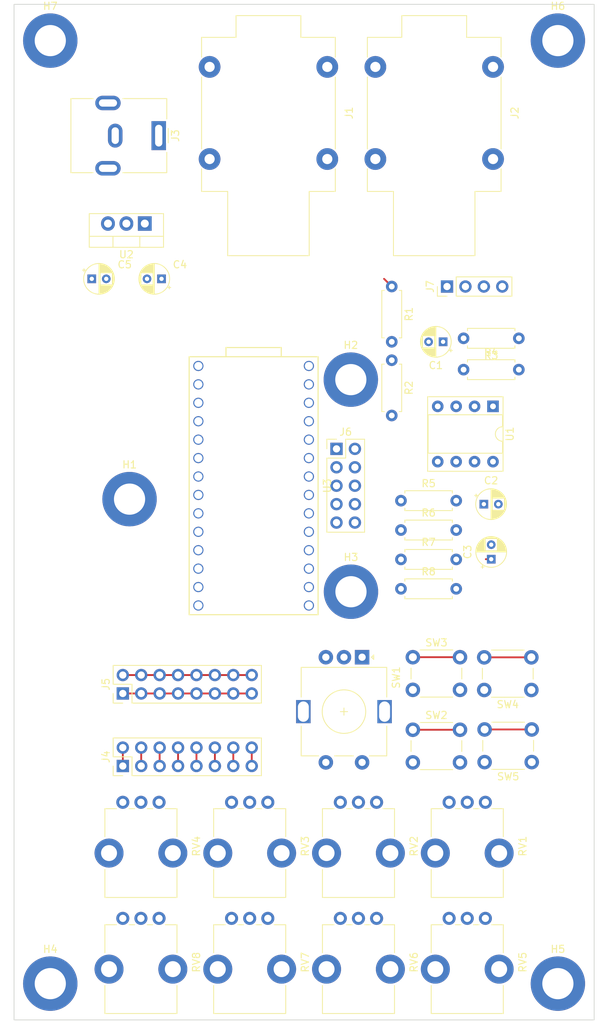
<source format=kicad_pcb>
(kicad_pcb (version 20221018) (generator pcbnew)
  (layers (0 "F.Cu" signal) (31 "B.Cu" signal) (34 "B.Paste" user) (35 "F.Paste" user) (36 "B.SilkS" user "B.Silkscreen") (37 "F.SilkS" user "F.Silkscreen") (38 "B.Mask" user) (39 "F.Mask" user) (44 "Edge.Cuts" user))
  (net 0 "")
  (net 1 "VREF")
  (net 2 "Net-(C2-Pad1)")
  (net 3 "Net-(C3-Pad1)")
  (net 4 "VCC")
  (net 5 "+5V")
  (net 6 "Net-(U1A--)")
  (net 7 "AUDIO_IN")
  (net 8 "AUDIO_OUT")
  (net 9 "Net-(U1B--)")
  (net 10 "POT1")
  (net 11 "POT2")
  (net 12 "POT3")
  (net 13 "POT4")
  (net 14 "POT5")
  (net 15 "POT6")
  (net 16 "POT7")
  (net 17 "POT8")
  (net 18 "MEMCS")
  (net 19 "DIN")
  (net 20 "DOUT")
  (net 21 "SDCS")
  (net 22 "MISO")
  (net 23 "SCK")
  (net 24 "VOL")
  (net 25 "SDA")
  (net 26 "SCL")
  (net 27 "LRCLK")
  (net 28 "BCLK")
  (net 29 "MCLK")
  (net 30 "MOSI")
  (net 31 "ENC_A")
  (net 32 "ENC_B")
  (net 33 "ENC_SW")
  (net 34 "SW2")
  (net 35 "SW3")
  (net 36 "SW4")
  (net 37 "SW5")
  (net 38 "LINE_IN_R")
  (net 39 "LINE_IN_L_GND")
  (net 40 "LINE_IN_R_GND")
  (net 41 "LINE_OUT_R")
  (net 42 "LINE_OUT_GND")
  (net 44 "JACK_IN")
  (net 45 "JACK_OUT")
  (net 46 "GND")
  (net 47 "+3.3V")
  (footprint "MountingHole:MountingHole_4.3mm_M4_DIN965_Pad_TopBottom" (layer "F.Cu") (at 175.93056 88.20912)
    (fp_text reference "H1" (at 0 -4.75) (layer "F.SilkS"))
    (fp_text value "MountingHole_Pad")
    (pad "1" thru_hole circle (at 0 0) (size 4.7 4.7) (drill 4.3) (layers "*.Cu" "*.Mask") (net 46 "GND"))
    (pad "1" connect circle (at 0 0) (size 7.5 7.5) (layers "F.Cu" "F.Mask") (net 46 "GND"))
    (pad "1" connect circle (at 0 0) (size 7.5 7.5) (layers "B.Cu" "B.Mask") (net 46 "GND"))
  )
  (footprint "Resistor_THT:R_Axial_DIN0207_L6.3mm_D2.5mm_P7.62mm_Horizontal" (layer "F.Cu") (at 213.36 88.42)
    (fp_text reference "R5" (at 3.81 -2.37) (layer "F.SilkS"))
    (fp_text value "100K")
    (pad "1" thru_hole circle (at 0 0) (size 1.6 1.6) (drill 0.8) (layers "*.Cu" "*.Mask") (net 8 "AUDIO_OUT"))
    (pad "2" thru_hole oval (at 7.62 0) (size 1.6 1.6) (drill 0.8) (layers "*.Cu" "*.Mask") (net 46 "GND"))
  )
  (footprint "Capacitor_THT:CP_Radial_D4.0mm_P2.00mm" (layer "F.Cu") (at 224.79 88.9)
    (fp_text reference "C2" (at 1 -3.25) (layer "F.SilkS"))
    (fp_text value "1uF")
    (pad "1" thru_hole rect (at 0 0) (size 1.2 1.2) (drill 0.6) (layers "*.Cu" "*.Mask") (net 2 "Net-(C2-Pad1)"))
    (pad "2" thru_hole circle (at 2 0) (size 1.2 1.2) (drill 0.6) (layers "*.Cu" "*.Mask") (net 45 "JACK_OUT"))
  )
  (footprint "Resistor_THT:R_Axial_DIN0207_L6.3mm_D2.5mm_P7.62mm_Horizontal" (layer "F.Cu") (at 213.36 100.57)
    (fp_text reference "R8" (at 3.81 -2.37) (layer "F.SilkS"))
    (fp_text value "10K")
    (pad "1" thru_hole circle (at 0 0) (size 1.6 1.6) (drill 0.8) (layers "*.Cu" "*.Mask") (net 9 "Net-(U1B--)"))
    (pad "2" thru_hole oval (at 7.62 0) (size 1.6 1.6) (drill 0.8) (layers "*.Cu" "*.Mask") (net 3 "Net-(C3-Pad1)"))
  )
  (footprint "Package_DIP:DIP-8_W7.62mm_Socket" (layer "F.Cu") (at 226.05 75.42 -90)
    (fp_text reference "U1" (at 3.81 -2.33 90) (layer "F.SilkS"))
    (fp_text value "LM358")
    (pad "1" thru_hole rect (at 0 0 270) (size 1.6 1.6) (drill 0.8) (layers "*.Cu" "*.Mask") (net 6 "Net-(U1A--)"))
    (pad "2" thru_hole oval (at 0 2.54 270) (size 1.6 1.6) (drill 0.8) (layers "*.Cu" "*.Mask") (net 6 "Net-(U1A--)"))
    (pad "3" thru_hole oval (at 0 5.08 270) (size 1.6 1.6) (drill 0.8) (layers "*.Cu" "*.Mask") (net 1 "VREF"))
    (pad "4" thru_hole oval (at 0 7.62 270) (size 1.6 1.6) (drill 0.8) (layers "*.Cu" "*.Mask") (net 46 "GND"))
    (pad "5" thru_hole oval (at 7.62 7.62 270) (size 1.6 1.6) (drill 0.8) (layers "*.Cu" "*.Mask") (net 8 "AUDIO_OUT"))
    (pad "6" thru_hole oval (at 7.62 5.08 270) (size 1.6 1.6) (drill 0.8) (layers "*.Cu" "*.Mask") (net 9 "Net-(U1B--)"))
    (pad "7" thru_hole oval (at 7.62 2.54 270) (size 1.6 1.6) (drill 0.8) (layers "*.Cu" "*.Mask") (net 2 "Net-(C2-Pad1)"))
    (pad "8" thru_hole oval (at 7.62 0 270) (size 1.6 1.6) (drill 0.8) (layers "*.Cu" "*.Mask") (net 4 "VCC"))
  )
  (footprint "MountingHole:MountingHole_4.3mm_M4_DIN965_Pad_TopBottom" (layer "F.Cu") (at 165 155)
    (fp_text reference "H4" (at 0 -4.75) (layer "F.SilkS"))
    (fp_text value "MountingHole_Pad")
    (pad "1" thru_hole circle (at 0 0) (size 4.7 4.7) (drill 4.3) (layers "*.Cu" "*.Mask") (net 46 "GND"))
    (pad "1" connect circle (at 0 0) (size 7.5 7.5) (layers "F.Cu" "F.Mask") (net 46 "GND"))
    (pad "1" connect circle (at 0 0) (size 7.5 7.5) (layers "B.Cu" "B.Mask") (net 46 "GND"))
  )
  (footprint "Potentiometer_THT:Potentiometer_Bourns_PTV09A-1_Single_Vertical" (layer "F.Cu") (at 220 130 -90)
    (fp_text reference "RV1" (at 6.05 -10.15 90) (layer "F.SilkS"))
    (fp_text value "10K")
    (pad "" np_thru_hole circle (at 7 -6.9 270) (size 4 4) (drill 2.2) (layers "*.Cu" "*.Mask"))
    (pad "" np_thru_hole circle (at 7 1.9 270) (size 4 4) (drill 2.2) (layers "*.Cu" "*.Mask"))
    (pad "1" thru_hole circle (at 0 0 270) (size 1.8 1.8) (drill 1) (layers "*.Cu" "*.Mask") (net 47 "+3.3V"))
    (pad "2" thru_hole circle (at 0 -2.5 270) (size 1.8 1.8) (drill 1) (layers "*.Cu" "*.Mask") (net 10 "POT1"))
    (pad "3" thru_hole circle (at 0 -5 270) (size 1.8 1.8) (drill 1) (layers "*.Cu" "*.Mask") (net 46 "GND"))
  )
  (footprint "Potentiometer_THT:Potentiometer_Bourns_PTV09A-1_Single_Vertical" (layer "F.Cu") (at 205 130 -90)
    (fp_text reference "RV2" (at 6.05 -10.15 90) (layer "F.SilkS"))
    (fp_text value "10K")
    (pad "" np_thru_hole circle (at 7 -6.9 270) (size 4 4) (drill 2.2) (layers "*.Cu" "*.Mask"))
    (pad "" np_thru_hole circle (at 7 1.9 270) (size 4 4) (drill 2.2) (layers "*.Cu" "*.Mask"))
    (pad "1" thru_hole circle (at 0 0 270) (size 1.8 1.8) (drill 1) (layers "*.Cu" "*.Mask") (net 47 "+3.3V"))
    (pad "2" thru_hole circle (at 0 -2.5 270) (size 1.8 1.8) (drill 1) (layers "*.Cu" "*.Mask") (net 11 "POT2"))
    (pad "3" thru_hole circle (at 0 -5 270) (size 1.8 1.8) (drill 1) (layers "*.Cu" "*.Mask") (net 46 "GND"))
  )
  (footprint "Button_Switch_THT:SW_PUSH_6mm" (layer "F.Cu") (at 231.394 124.46 180)
    (fp_text reference "SW5" (at 3.25 -2) (layer "F.SilkS"))
    (fp_text value "SW_Push")
    (pad "1" thru_hole circle (at 0 0 270) (size 2 2) (drill 1.1) (layers "*.Cu" "*.Mask") (net 46 "GND"))
    (pad "1" thru_hole circle (at 6.5 0 270) (size 2 2) (drill 1.1) (layers "*.Cu" "*.Mask") (net 46 "GND"))
    (pad "2" thru_hole circle (at 0 4.5 270) (size 2 2) (drill 1.1) (layers "*.Cu" "*.Mask") (net 37 "SW5"))
    (pad "2" thru_hole circle (at 6.5 4.5 270) (size 2 2) (drill 1.1) (layers "*.Cu" "*.Mask") (net 37 "SW5"))
  )
  (footprint "Resistor_THT:R_Axial_DIN0207_L6.3mm_D2.5mm_P7.62mm_Horizontal" (layer "F.Cu") (at 213.36 96.52)
    (fp_text reference "R7" (at 3.81 -2.37) (layer "F.SilkS"))
    (fp_text value "22K")
    (pad "1" thru_hole circle (at 0 0) (size 1.6 1.6) (drill 0.8) (layers "*.Cu" "*.Mask") (net 9 "Net-(U1B--)"))
    (pad "2" thru_hole oval (at 7.62 0) (size 1.6 1.6) (drill 0.8) (layers "*.Cu" "*.Mask") (net 2 "Net-(C2-Pad1)"))
  )
  (footprint "Capacitor_THT:CP_Radial_D4.0mm_P2.00mm" (layer "F.Cu") (at 170.72 57.84)
    (fp_text reference "C5" (at 4.54 -1.96) (layer "F.SilkS"))
    (fp_text value "10uF")
    (pad "1" thru_hole rect (at 0 0) (size 1.2 1.2) (drill 0.6) (layers "*.Cu" "*.Mask") (net 5 "+5V"))
    (pad "2" thru_hole circle (at 2 0) (size 1.2 1.2) (drill 0.6) (layers "*.Cu" "*.Mask") (net 46 "GND"))
  )
  (footprint "Button_Switch_THT:SW_PUSH_6mm" (layer "F.Cu") (at 215 110)
    (fp_text reference "SW3" (at 3.25 -2) (layer "F.SilkS"))
    (fp_text value "SW_Push")
    (pad "1" thru_hole circle (at 0 0 90) (size 2 2) (drill 1.1) (layers "*.Cu" "*.Mask") (net 35 "SW3"))
    (pad "1" thru_hole circle (at 6.5 0 90) (size 2 2) (drill 1.1) (layers "*.Cu" "*.Mask") (net 35 "SW3"))
    (pad "2" thru_hole circle (at 0 4.5 90) (size 2 2) (drill 1.1) (layers "*.Cu" "*.Mask") (net 46 "GND"))
    (pad "2" thru_hole circle (at 6.5 4.5 90) (size 2 2) (drill 1.1) (layers "*.Cu" "*.Mask") (net 46 "GND"))
  )
  (footprint "MountingHole:MountingHole_4.3mm_M4_DIN965_Pad_TopBottom" (layer "F.Cu") (at 206.44612 71.73468)
    (fp_text reference "H2" (at 0 -4.75) (layer "F.SilkS"))
    (fp_text value "MountingHole_Pad")
    (pad "1" thru_hole circle (at 0 0) (size 4.7 4.7) (drill 4.3) (layers "*.Cu" "*.Mask") (net 46 "GND"))
    (pad "1" connect circle (at 0 0) (size 7.5 7.5) (layers "F.Cu" "F.Mask") (net 46 "GND"))
    (pad "1" connect circle (at 0 0) (size 7.5 7.5) (layers "B.Cu" "B.Mask") (net 46 "GND"))
  )
  (footprint "Button_Switch_THT:SW_PUSH_6mm" (layer "F.Cu") (at 215 120)
    (fp_text reference "SW2" (at 3.25 -2) (layer "F.SilkS"))
    (fp_text value "SW_Push")
    (pad "1" thru_hole circle (at 0 0 90) (size 2 2) (drill 1.1) (layers "*.Cu" "*.Mask") (net 34 "SW2"))
    (pad "1" thru_hole circle (at 6.5 0 90) (size 2 2) (drill 1.1) (layers "*.Cu" "*.Mask") (net 34 "SW2"))
    (pad "2" thru_hole circle (at 0 4.5 90) (size 2 2) (drill 1.1) (layers "*.Cu" "*.Mask") (net 46 "GND"))
    (pad "2" thru_hole circle (at 6.5 4.5 90) (size 2 2) (drill 1.1) (layers "*.Cu" "*.Mask") (net 46 "GND"))
  )
  (footprint "Connector_PinHeader_2.54mm:PinHeader_1x04_P2.54mm_Vertical" (layer "F.Cu") (at 219.71 58.9 90)
    (fp_text reference "J7" (at 0 -2.33 90) (layer "F.SilkS"))
    (fp_text value "Conn_01x04")
    (pad "1" thru_hole rect (at 0 0 90) (size 1.7 1.7) (drill 1) (layers "*.Cu" "*.Mask") (net 44 "JACK_IN"))
    (pad "2" thru_hole oval (at 0 2.54 90) (size 1.7 1.7) (drill 1) (layers "*.Cu" "*.Mask") (net 46 "GND"))
    (pad "3" thru_hole oval (at 0 5.08 90) (size 1.7 1.7) (drill 1) (layers "*.Cu" "*.Mask") (net 46 "GND"))
    (pad "4" thru_hole oval (at 0 7.62 90) (size 1.7 1.7) (drill 1) (layers "*.Cu" "*.Mask") (net 45 "JACK_OUT"))
  )
  (footprint "Resistor_THT:R_Axial_DIN0207_L6.3mm_D2.5mm_P7.62mm_Horizontal" (layer "F.Cu") (at 212.09 58.9 -90)
    (fp_text reference "R1" (at 3.81 -2.37 90) (layer "F.SilkS"))
    (fp_text value "1M")
    (pad "1" thru_hole circle (at 0 0 270) (size 1.6 1.6) (drill 0.8) (layers "*.Cu" "*.Mask") (net 4 "VCC"))
    (pad "2" thru_hole oval (at 7.62 0 270) (size 1.6 1.6) (drill 0.8) (layers "*.Cu" "*.Mask") (net 1 "VREF"))
  )
  (footprint "Rotary_Encoder:RotaryEncoder_Alps_EC11E-Switch_Vertical_H20mm" (layer "F.Cu") (at 208 110 -90)
    (fp_text reference "SW1" (at 2.8 -4.7 90) (layer "F.SilkS"))
    (fp_text value "RotaryEncoder_Switch")
    (pad "A" thru_hole rect (at 0 0 270) (size 2 2) (drill 1) (layers "*.Cu" "*.Mask") (net 31 "ENC_A"))
    (pad "B" thru_hole circle (at 0 5 270) (size 2 2) (drill 1) (layers "*.Cu" "*.Mask") (net 32 "ENC_B"))
    (pad "C" thru_hole circle (at 0 2.5 270) (size 2 2) (drill 1) (layers "*.Cu" "*.Mask") (net 46 "GND"))
    (pad "MP" thru_hole rect (at 7.5 -3.1 270) (size 3.2 2) (drill oval 2.8 1.5) (layers "*.Cu" "*.Mask"))
    (pad "MP" thru_hole rect (at 7.5 8.1 270) (size 3.2 2) (drill oval 2.8 1.5) (layers "*.Cu" "*.Mask"))
    (pad "S1" thru_hole circle (at 14.5 5 270) (size 2 2) (drill 1) (layers "*.Cu" "*.Mask") (net 33 "ENC_SW"))
    (pad "S2" thru_hole circle (at 14.5 0 270) (size 2 2) (drill 1) (layers "*.Cu" "*.Mask") (net 46 "GND"))
  )
  (footprint "Potentiometer_THT:Potentiometer_Bourns_PTV09A-1_Single_Vertical" (layer "F.Cu") (at 190 130 -90)
    (fp_text reference "RV3" (at 6.05 -10.15 90) (layer "F.SilkS"))
    (fp_text value "10K")
    (pad "" np_thru_hole circle (at 7 -6.9 270) (size 4 4) (drill 2.2) (layers "*.Cu" "*.Mask"))
    (pad "" np_thru_hole circle (at 7 1.9 270) (size 4 4) (drill 2.2) (layers "*.Cu" "*.Mask"))
    (pad "1" thru_hole circle (at 0 0 270) (size 1.8 1.8) (drill 1) (layers "*.Cu" "*.Mask") (net 47 "+3.3V"))
    (pad "2" thru_hole circle (at 0 -2.5 270) (size 1.8 1.8) (drill 1) (layers "*.Cu" "*.Mask") (net 12 "POT3"))
    (pad "3" thru_hole circle (at 0 -5 270) (size 1.8 1.8) (drill 1) (layers "*.Cu" "*.Mask") (net 46 "GND"))
  )
  (footprint "MountingHole:MountingHole_4.3mm_M4_DIN965_Pad_TopBottom" (layer "F.Cu") (at 165 25)
    (fp_text reference "H7" (at 0 -4.75) (layer "F.SilkS"))
    (fp_text value "MountingHole_Pad")
    (pad "1" thru_hole circle (at 0 0) (size 4.7 4.7) (drill 4.3) (layers "*.Cu" "*.Mask") (net 46 "GND"))
    (pad "1" connect circle (at 0 0) (size 7.5 7.5) (layers "F.Cu" "F.Mask") (net 46 "GND"))
    (pad "1" connect circle (at 0 0) (size 7.5 7.5) (layers "B.Cu" "B.Mask") (net 46 "GND"))
  )
  (footprint "Capacitor_THT:CP_Radial_D4.0mm_P2.00mm" (layer "F.Cu") (at 180.34 57.84 180)
    (fp_text reference "C4" (at -2.54 1.96) (layer "F.SilkS"))
    (fp_text value "10uF")
    (pad "1" thru_hole rect (at 0 0 180) (size 1.2 1.2) (drill 0.6) (layers "*.Cu" "*.Mask") (net 4 "VCC"))
    (pad "2" thru_hole circle (at 2 0 180) (size 1.2 1.2) (drill 0.6) (layers "*.Cu" "*.Mask") (net 46 "GND"))
  )
  (footprint "Resistor_THT:R_Axial_DIN0207_L6.3mm_D2.5mm_P7.62mm_Horizontal" (layer "F.Cu") (at 212.09 69.06 -90)
    (fp_text reference "R2" (at 3.81 -2.37 90) (layer "F.SilkS"))
    (fp_text value "1M")
    (pad "1" thru_hole circle (at 0 0 270) (size 1.6 1.6) (drill 0.8) (layers "*.Cu" "*.Mask") (net 1 "VREF"))
    (pad "2" thru_hole oval (at 7.62 0 270) (size 1.6 1.6) (drill 0.8) (layers "*.Cu" "*.Mask") (net 46 "GND"))
  )
  (footprint "MountingHole:MountingHole_4.3mm_M4_DIN965_Pad_TopBottom" (layer "F.Cu") (at 235 155)
    (fp_text reference "H5" (at 0 -4.75) (layer "F.SilkS"))
    (fp_text value "MountingHole_Pad")
    (pad "1" thru_hole circle (at 0 0) (size 4.7 4.7) (drill 4.3) (layers "*.Cu" "*.Mask") (net 46 "GND"))
    (pad "1" connect circle (at 0 0) (size 7.5 7.5) (layers "F.Cu" "F.Mask") (net 46 "GND"))
    (pad "1" connect circle (at 0 0) (size 7.5 7.5) (layers "B.Cu" "B.Mask") (net 46 "GND"))
  )
  (footprint "Potentiometer_THT:Potentiometer_Bourns_PTV09A-1_Single_Vertical" (layer "F.Cu") (at 175 130 -90)
    (fp_text reference "RV4" (at 6.05 -10.15 90) (layer "F.SilkS"))
    (fp_text value "10K")
    (pad "" np_thru_hole circle (at 7 -6.9 270) (size 4 4) (drill 2.2) (layers "*.Cu" "*.Mask"))
    (pad "" np_thru_hole circle (at 7 1.9 270) (size 4 4) (drill 2.2) (layers "*.Cu" "*.Mask"))
    (pad "1" thru_hole circle (at 0 0 270) (size 1.8 1.8) (drill 1) (layers "*.Cu" "*.Mask") (net 47 "+3.3V"))
    (pad "2" thru_hole circle (at 0 -2.5 270) (size 1.8 1.8) (drill 1) (layers "*.Cu" "*.Mask") (net 13 "POT4"))
    (pad "3" thru_hole circle (at 0 -5 270) (size 1.8 1.8) (drill 1) (layers "*.Cu" "*.Mask") (net 46 "GND"))
  )
  (footprint "Resistor_THT:R_Axial_DIN0207_L6.3mm_D2.5mm_P7.62mm_Horizontal" (layer "F.Cu") (at 229.616 66.04 180)
    (fp_text reference "R3" (at 3.81 -2.37) (layer "F.SilkS"))
    (fp_text value "22K")
    (pad "1" thru_hole circle (at 0 0 180) (size 1.6 1.6) (drill 0.8) (layers "*.Cu" "*.Mask") (net 6 "Net-(U1A--)"))
    (pad "2" thru_hole oval (at 7.62 0 180) (size 1.6 1.6) (drill 0.8) (layers "*.Cu" "*.Mask") (net 7 "AUDIO_IN"))
  )
  (footprint "Connector_PinHeader_2.54mm:PinHeader_2x08_P2.54mm_Vertical" (layer "F.Cu") (at 175 115 90)
    (fp_text reference "J5" (at 1.27 -2.33 90) (layer "F.SilkS"))
    (fp_text value "Conn_02x08_Odd_Even")
    (pad "1" thru_hole rect (at 0 0 90) (size 1.7 1.7) (drill 1) (layers "*.Cu" "*.Mask") (net 46 "GND"))
    (pad "2" thru_hole oval (at 2.54 0 90) (size 1.7 1.7) (drill 1) (layers "*.Cu" "*.Mask") (net 47 "+3.3V"))
    (pad "3" thru_hole oval (at 0 2.54 90) (size 1.7 1.7) (drill 1) (layers "*.Cu" "*.Mask") (net 46 "GND"))
    (pad "4" thru_hole oval (at 2.54 2.54 90) (size 1.7 1.7) (drill 1) (layers "*.Cu" "*.Mask") (net 47 "+3.3V"))
    (pad "5" thru_hole oval (at 0 5.08 90) (size 1.7 1.7) (drill 1) (layers "*.Cu" "*.Mask") (net 46 "GND"))
    (pad "6" thru_hole oval (at 2.54 5.08 90) (size 1.7 1.7) (drill 1) (layers "*.Cu" "*.Mask") (net 47 "+3.3V"))
    (pad "7" thru_hole oval (at 0 7.62 90) (size 1.7 1.7) (drill 1) (layers "*.Cu" "*.Mask") (net 46 "GND"))
    (pad "8" thru_hole oval (at 2.54 7.62 90) (size 1.7 1.7) (drill 1) (layers "*.Cu" "*.Mask") (net 47 "+3.3V"))
    (pad "9" thru_hole oval (at 0 10.16 90) (size 1.7 1.7) (drill 1) (layers "*.Cu" "*.Mask") (net 46 "GND"))
    (pad "10" thru_hole oval (at 2.54 10.16 90) (size 1.7 1.7) (drill 1) (layers "*.Cu" "*.Mask") (net 47 "+3.3V"))
    (pad "11" thru_hole oval (at 0 12.7 90) (size 1.7 1.7) (drill 1) (layers "*.Cu" "*.Mask") (net 46 "GND"))
    (pad "12" thru_hole oval (at 2.54 12.7 90) (size 1.7 1.7) (drill 1) (layers "*.Cu" "*.Mask") (net 47 "+3.3V"))
    (pad "13" thru_hole oval (at 0 15.24 90) (size 1.7 1.7) (drill 1) (layers "*.Cu" "*.Mask") (net 46 "GND"))
    (pad "14" thru_hole oval (at 2.54 15.24 90) (size 1.7 1.7) (drill 1) (layers "*.Cu" "*.Mask") (net 47 "+3.3V"))
    (pad "15" thru_hole oval (at 0 17.78 90) (size 1.7 1.7) (drill 1) (layers "*.Cu" "*.Mask") (net 46 "GND"))
    (pad "16" thru_hole oval (at 2.54 17.78 90) (size 1.7 1.7) (drill 1) (layers "*.Cu" "*.Mask") (net 47 "+3.3V"))
  )
  (footprint "Button_Switch_THT:SW_PUSH_6mm" (layer "F.Cu") (at 231.342 114.518 180)
    (fp_text reference "SW4" (at 3.25 -2) (layer "F.SilkS"))
    (fp_text value "SW_Push")
    (pad "1" thru_hole circle (at 0 0 270) (size 2 2) (drill 1.1) (layers "*.Cu" "*.Mask") (net 46 "GND"))
    (pad "1" thru_hole circle (at 6.5 0 270) (size 2 2) (drill 1.1) (layers "*.Cu" "*.Mask") (net 46 "GND"))
    (pad "2" thru_hole circle (at 0 4.5 270) (size 2 2) (drill 1.1) (layers "*.Cu" "*.Mask") (net 36 "SW4"))
    (pad "2" thru_hole circle (at 6.5 4.5 270) (size 2 2) (drill 1.1) (layers "*.Cu" "*.Mask") (net 36 "SW4"))
  )
  (footprint "Capacitor_THT:CP_Radial_D4.0mm_P2.00mm" (layer "F.Cu") (at 219.17 66.52 180)
    (fp_text reference "C1" (at 1 -3.25) (layer "F.SilkS"))
    (fp_text value "10uF")
    (pad "1" thru_hole rect (at 0 0 180) (size 1.2 1.2) (drill 0.6) (layers "*.Cu" "*.Mask") (net 1 "VREF"))
    (pad "2" thru_hole circle (at 2 0 180) (size 1.2 1.2) (drill 0.6) (layers "*.Cu" "*.Mask") (net 44 "JACK_IN"))
  )
  (footprint "Package_TO_SOT_THT:TO-220-3_Vertical" (layer "F.Cu") (at 178.035 50.22 180)
    (fp_text reference "U2" (at 2.54 -4.27) (layer "F.SilkS"))
    (fp_text value "LM7805_TO220")
    (pad "1" thru_hole rect (at 0 0 180) (size 1.905 2) (drill 1.1) (layers "*.Cu" "*.Mask") (net 4 "VCC"))
    (pad "2" thru_hole oval (at 2.54 0 180) (size 1.905 2) (drill 1.1) (layers "*.Cu" "*.Mask") (net 46 "GND"))
    (pad "3" thru_hole oval (at 5.08 0 180) (size 1.905 2) (drill 1.1) (layers "*.Cu" "*.Mask") (net 5 "+5V"))
  )
  (footprint "Capacitor_THT:CP_Radial_D4.0mm_P2.00mm" (layer "F.Cu") (at 225.806 96.488 90)
    (fp_text reference "C3" (at 1 -3.25 90) (layer "F.SilkS"))
    (fp_text value "10uF")
    (pad "1" thru_hole rect (at 0 0 90) (size 1.2 1.2) (drill 0.6) (layers "*.Cu" "*.Mask") (net 3 "Net-(C3-Pad1)"))
    (pad "2" thru_hole circle (at 2 0 90) (size 1.2 1.2) (drill 0.6) (layers "*.Cu" "*.Mask") (net 46 "GND"))
  )
  (footprint "MountingHole:MountingHole_4.3mm_M4_DIN965_Pad_TopBottom" (layer "F.Cu") (at 206.46644 100.97262)
    (fp_text reference "H3" (at 0 -4.75) (layer "F.SilkS"))
    (fp_text value "MountingHole_Pad")
    (pad "1" thru_hole circle (at 0 0) (size 4.7 4.7) (drill 4.3) (layers "*.Cu" "*.Mask") (net 46 "GND"))
    (pad "1" connect circle (at 0 0) (size 7.5 7.5) (layers "F.Cu" "F.Mask") (net 46 "GND"))
    (pad "1" connect circle (at 0 0) (size 7.5 7.5) (layers "B.Cu" "B.Mask") (net 46 "GND"))
  )
  (footprint "Connector_BarrelJack:BarrelJack_CUI_PJ-063AH_Horizontal" (layer "F.Cu") (at 179.955 38.1 -90)
    (fp_text reference "J3" (at 0 -2.3 90) (layer "F.SilkS"))
    (fp_text value "Barrel_Jack")
    (pad "" np_thru_hole circle (at 0 9 270) (size 1.6 1.6) (drill 1.6) (layers "*.Cu" "*.Mask"))
    (pad "1" thru_hole rect (at 0 0 270) (size 4 2) (drill oval 3 1) (layers "*.Cu" "*.Mask") (net 4 "VCC"))
    (pad "2" thru_hole oval (at 0 6 270) (size 3.3 2) (drill oval 2.3 1) (layers "*.Cu" "*.Mask") (net 46 "GND"))
    (pad "MP" thru_hole oval (at -4.5 7 270) (size 2 3.5) (drill oval 1 2.5) (layers "*.Cu" "*.Mask"))
    (pad "MP" thru_hole oval (at 4.5 7 270) (size 2 3.5) (drill oval 1 2.5) (layers "*.Cu" "*.Mask"))
  )
  (footprint "Connector_PinHeader_2.54mm:PinHeader_2x05_P2.54mm_Vertical" (layer "F.Cu") (at 204.47 81.28)
    (fp_text reference "J6" (at 1.27 -2.33) (layer "F.SilkS"))
    (fp_text value "Conn_02x05_Odd_Even")
    (pad "1" thru_hole rect (at 0 0) (size 1.7 1.7) (drill 1) (layers "*.Cu" "*.Mask") (net 7 "AUDIO_IN"))
    (pad "2" thru_hole oval (at 2.54 0) (size 1.7 1.7) (drill 1) (layers "*.Cu" "*.Mask") (net 39 "LINE_IN_L_GND"))
    (pad "3" thru_hole oval (at 0 2.54) (size 1.7 1.7) (drill 1) (layers "*.Cu" "*.Mask") (net 38 "LINE_IN_R"))
    (pad "4" thru_hole oval (at 2.54 2.54) (size 1.7 1.7) (drill 1) (layers "*.Cu" "*.Mask") (net 40 "LINE_IN_R_GND"))
    (pad "5" thru_hole oval (at 0 5.08) (size 1.7 1.7) (drill 1) (layers "*.Cu" "*.Mask") (net 41 "LINE_OUT_R"))
    (pad "6" thru_hole oval (at 2.54 5.08) (size 1.7 1.7) (drill 1) (layers "*.Cu" "*.Mask") (net 41 "LINE_OUT_R"))
    (pad "7" thru_hole oval (at 0 7.62) (size 1.7 1.7) (drill 1) (layers "*.Cu" "*.Mask") (net 42 "LINE_OUT_GND"))
    (pad "8" thru_hole oval (at 2.54 7.62) (size 1.7 1.7) (drill 1) (layers "*.Cu" "*.Mask"))
    (pad "9" thru_hole oval (at 0 10.16) (size 1.7 1.7) (drill 1) (layers "*.Cu" "*.Mask") (net 8 "AUDIO_OUT"))
    (pad "10" thru_hole oval (at 2.54 10.16) (size 1.7 1.7) (drill 1) (layers "*.Cu" "*.Mask") (net 8 "AUDIO_OUT"))
  )
  (footprint "Potentiometer_THT:Potentiometer_Bourns_PTV09A-1_Single_Vertical" (layer "F.Cu") (at 205 146 -90)
    (fp_text reference "RV6" (at 6.05 -10.15 90) (layer "F.SilkS"))
    (fp_text value "10K")
    (pad "" np_thru_hole circle (at 7 -6.9 270) (size 4 4) (drill 2.2) (layers "*.Cu" "*.Mask"))
    (pad "" np_thru_hole circle (at 7 1.9 270) (size 4 4) (drill 2.2) (layers "*.Cu" "*.Mask"))
    (pad "1" thru_hole circle (at 0 0 270) (size 1.8 1.8) (drill 1) (layers "*.Cu" "*.Mask") (net 47 "+3.3V"))
    (pad "2" thru_hole circle (at 0 -2.5 270) (size 1.8 1.8) (drill 1) (layers "*.Cu" "*.Mask") (net 15 "POT6"))
    (pad "3" thru_hole circle (at 0 -5 270) (size 1.8 1.8) (drill 1) (layers "*.Cu" "*.Mask") (net 46 "GND"))
  )
  (footprint "Resistor_THT:R_Axial_DIN0207_L6.3mm_D2.5mm_P7.62mm_Horizontal" (layer "F.Cu") (at 221.996 70.358)
    (fp_text reference "R4" (at 3.81 -2.37) (layer "F.SilkS"))
    (fp_text value "10K")
    (pad "1" thru_hole circle (at 0 0) (size 1.6 1.6) (drill 0.8) (layers "*.Cu" "*.Mask") (net 7 "AUDIO_IN"))
    (pad "2" thru_hole oval (at 7.62 0) (size 1.6 1.6) (drill 0.8) (layers "*.Cu" "*.Mask") (net 46 "GND"))
  )
  (footprint "Resistor_THT:R_Axial_DIN0207_L6.3mm_D2.5mm_P7.62mm_Horizontal" (layer "F.Cu") (at 213.36 92.47)
    (fp_text reference "R6" (at 3.81 -2.37) (layer "F.SilkS"))
    (fp_text value "100K")
    (pad "1" thru_hole circle (at 0 0) (size 1.6 1.6) (drill 0.8) (layers "*.Cu" "*.Mask") (net 4 "VCC"))
    (pad "2" thru_hole oval (at 7.62 0) (size 1.6 1.6) (drill 0.8) (layers "*.Cu" "*.Mask") (net 8 "AUDIO_OUT"))
  )
  (footprint "MountingHole:MountingHole_4.3mm_M4_DIN965_Pad_TopBottom" (layer "F.Cu") (at 235 25)
    (fp_text reference "H6" (at 0 -4.75) (layer "F.SilkS"))
    (fp_text value "MountingHole_Pad")
    (pad "1" thru_hole circle (at 0 0) (size 4.7 4.7) (drill 4.3) (layers "*.Cu" "*.Mask") (net 46 "GND"))
    (pad "1" connect circle (at 0 0) (size 7.5 7.5) (layers "F.Cu" "F.Mask") (net 46 "GND"))
    (pad "1" connect circle (at 0 0) (size 7.5 7.5) (layers "B.Cu" "B.Mask") (net 46 "GND"))
  )
  (footprint "Potentiometer_THT:Potentiometer_Bourns_PTV09A-1_Single_Vertical" (layer "F.Cu") (at 220 146 -90)
    (fp_text reference "RV5" (at 6.05 -10.15 90) (layer "F.SilkS"))
    (fp_text value "10K")
    (pad "" np_thru_hole circle (at 7 -6.9 270) (size 4 4) (drill 2.2) (layers "*.Cu" "*.Mask"))
    (pad "" np_thru_hole circle (at 7 1.9 270) (size 4 4) (drill 2.2) (layers "*.Cu" "*.Mask"))
    (pad "1" thru_hole circle (at 0 0 270) (size 1.8 1.8) (drill 1) (layers "*.Cu" "*.Mask") (net 47 "+3.3V"))
    (pad "2" thru_hole circle (at 0 -2.5 270) (size 1.8 1.8) (drill 1) (layers "*.Cu" "*.Mask") (net 14 "POT5"))
    (pad "3" thru_hole circle (at 0 -5 270) (size 1.8 1.8) (drill 1) (layers "*.Cu" "*.Mask") (net 46 "GND"))
  )
  (footprint "Connector_Audio:Jack_6.35mm_Neutrik_NMJ4HFD2_Horizontal" (layer "F.Cu") (at 226.06 28.625 -90)
    (fp_text reference "J2" (at 6.35 -3 90) (layer "F.SilkS"))
    (fp_text value "AudioJack2")
    (pad "S" thru_hole circle (at 12.7 0 270) (size 3 3) (drill 1.4) (layers "*.Cu" "*.Mask") (net 46 "GND"))
    (pad "SN" thru_hole circle (at 12.7 16.23 270) (size 3 3) (drill 1.4) (layers "*.Cu" "*.Mask"))
    (pad "T" thru_hole circle (at 0 0 270) (size 3 3) (drill 1.4) (layers "*.Cu" "*.Mask") (net 45 "JACK_OUT"))
    (pad "TN" thru_hole circle (at 0 16.23 270) (size 3 3) (drill 1.4) (layers "*.Cu" "*.Mask"))
  )
  (footprint "Potentiometer_THT:Potentiometer_Bourns_PTV09A-1_Single_Vertical" (layer "F.Cu") (at 190 146 -90)
    (fp_text reference "RV7" (at 6.05 -10.15 90) (layer "F.SilkS"))
    (fp_text value "10K")
    (pad "" np_thru_hole circle (at 7 -6.9 270) (size 4 4) (drill 2.2) (layers "*.Cu" "*.Mask"))
    (pad "" np_thru_hole circle (at 7 1.9 270) (size 4 4) (drill 2.2) (layers "*.Cu" "*.Mask"))
    (pad "1" thru_hole circle (at 0 0 270) (size 1.8 1.8) (drill 1) (layers "*.Cu" "*.Mask") (net 47 "+3.3V"))
    (pad "2" thru_hole circle (at 0 -2.5 270) (size 1.8 1.8) (drill 1) (layers "*.Cu" "*.Mask") (net 16 "POT7"))
    (pad "3" thru_hole circle (at 0 -5 270) (size 1.8 1.8) (drill 1) (layers "*.Cu" "*.Mask") (net 46 "GND"))
  )
  (footprint "Connector_PinHeader_2.54mm:PinHeader_2x08_P2.54mm_Vertical" (layer "F.Cu") (at 175 125 90)
    (fp_text reference "J4" (at 1.27 -2.33 90) (layer "F.SilkS"))
    (fp_text value "Conn_02x08_Odd_Even")
    (pad "1" thru_hole rect (at 0 0 90) (size 1.7 1.7) (drill 1) (layers "*.Cu" "*.Mask") (net 17 "POT8"))
    (pad "2" thru_hole oval (at 2.54 0 90) (size 1.7 1.7) (drill 1) (layers "*.Cu" "*.Mask") (net 17 "POT8"))
    (pad "3" thru_hole oval (at 0 2.54 90) (size 1.7 1.7) (drill 1) (layers "*.Cu" "*.Mask") (net 16 "POT7"))
    (pad "4" thru_hole oval (at 2.54 2.54 90) (size 1.7 1.7) (drill 1) (layers "*.Cu" "*.Mask") (net 16 "POT7"))
    (pad "5" thru_hole oval (at 0 5.08 90) (size 1.7 1.7) (drill 1) (layers "*.Cu" "*.Mask") (net 15 "POT6"))
    (pad "6" thru_hole oval (at 2.54 5.08 90) (size 1.7 1.7) (drill 1) (layers "*.Cu" "*.Mask") (net 15 "POT6"))
    (pad "7" thru_hole oval (at 0 7.62 90) (size 1.7 1.7) (drill 1) (layers "*.Cu" "*.Mask") (net 14 "POT5"))
    (pad "8" thru_hole oval (at 2.54 7.62 90) (size 1.7 1.7) (drill 1) (layers "*.Cu" "*.Mask") (net 14 "POT5"))
    (pad "9" thru_hole oval (at 0 10.16 90) (size 1.7 1.7) (drill 1) (layers "*.Cu" "*.Mask") (net 13 "POT4"))
    (pad "10" thru_hole oval (at 2.54 10.16 90) (size 1.7 1.7) (drill 1) (layers "*.Cu" "*.Mask") (net 13 "POT4"))
    (pad "11" thru_hole oval (at 0 12.7 90) (size 1.7 1.7) (drill 1) (layers "*.Cu" "*.Mask") (net 12 "POT3"))
    (pad "12" thru_hole oval (at 2.54 12.7 90) (size 1.7 1.7) (drill 1) (layers "*.Cu" "*.Mask") (net 12 "POT3"))
    (pad "13" thru_hole oval (at 0 15.24 90) (size 1.7 1.7) (drill 1) (layers "*.Cu" "*.Mask") (net 11 "POT2"))
    (pad "14" thru_hole oval (at 2.54 15.24 90) (size 1.7 1.7) (drill 1) (layers "*.Cu" "*.Mask") (net 11 "POT2"))
    (pad "15" thru_hole oval (at 0 17.78 90) (size 1.7 1.7) (drill 1) (layers "*.Cu" "*.Mask") (net 10 "POT1"))
    (pad "16" thru_hole oval (at 2.54 17.78 90) (size 1.7 1.7) (drill 1) (layers "*.Cu" "*.Mask") (net 10 "POT1"))
  )
  (footprint "Potentiometer_THT:Potentiometer_Bourns_PTV09A-1_Single_Vertical" (layer "F.Cu") (at 175 146 -90)
    (fp_text reference "RV8" (at 6.05 -10.15 90) (layer "F.SilkS"))
    (fp_text value "10K")
    (pad "" np_thru_hole circle (at 7 -6.9 270) (size 4 4) (drill 2.2) (layers "*.Cu" "*.Mask"))
    (pad "" np_thru_hole circle (at 7 1.9 270) (size 4 4) (drill 2.2) (layers "*.Cu" "*.Mask"))
    (pad "1" thru_hole circle (at 0 0 270) (size 1.8 1.8) (drill 1) (layers "*.Cu" "*.Mask") (net 47 "+3.3V"))
    (pad "2" thru_hole circle (at 0 -2.5 270) (size 1.8 1.8) (drill 1) (layers "*.Cu" "*.Mask") (net 17 "POT8"))
    (pad "3" thru_hole circle (at 0 -5 270) (size 1.8 1.8) (drill 1) (layers "*.Cu" "*.Mask") (net 46 "GND"))
  )
  (footprint "Connector_Audio:Jack_6.35mm_Neutrik_NMJ4HFD2_Horizontal" (layer "F.Cu") (at 203.2 28.625 -90)
    (fp_text reference "J1" (at 6.35 -3 90) (layer "F.SilkS"))
    (fp_text value "AudioJack2")
    (pad "S" thru_hole circle (at 12.7 0 270) (size 3 3) (drill 1.4) (layers "*.Cu" "*.Mask") (net 46 "GND"))
    (pad "SN" thru_hole circle (at 12.7 16.23 270) (size 3 3) (drill 1.4) (layers "*.Cu" "*.Mask"))
    (pad "T" thru_hole circle (at 0 0 270) (size 3 3) (drill 1.4) (layers "*.Cu" "*.Mask") (net 44 "JACK_IN"))
    (pad "TN" thru_hole circle (at 0 16.23 270) (size 3 3) (drill 1.4) (layers "*.Cu" "*.Mask"))
  )
  (footprint "teensy:Teensy40_SMT" (layer "F.Cu") (at 193.04 86.36 -90)
    (fp_text reference "U3" (at 0 -10.16 90) (layer "F.SilkS"))
    (fp_text value "Teensy4.0")
    (pad "1" thru_hole circle (at -16.51 7.62 270) (size 1.404 1.404) (drill 1.1) (layers "*.Cu" "*.Mask") (net 46 "GND"))
    (pad "2" thru_hole circle (at -13.97 7.62 270) (size 1.404 1.404) (drill 1.1) (layers "*.Cu" "*.Mask") (net 31 "ENC_A"))
    (pad "3" thru_hole circle (at -11.43 7.62 270) (size 1.404 1.404) (drill 1.1) (layers "*.Cu" "*.Mask") (net 32 "ENC_B"))
    (pad "4" thru_hole circle (at -8.89 7.62 270) (size 1.404 1.404) (drill 1.1) (layers "*.Cu" "*.Mask") (net 33 "ENC_SW"))
    (pad "5" thru_hole circle (at -6.35 7.62 270) (size 1.404 1.404) (drill 1.1) (layers "*.Cu" "*.Mask") (net 34 "SW2"))
    (pad "6" thru_hole circle (at -3.81 7.62 270) (size 1.404 1.404) (drill 1.1) (layers "*.Cu" "*.Mask") (net 35 "SW3"))
    (pad "7" thru_hole circle (at -1.27 7.62 270) (size 1.404 1.404) (drill 1.1) (layers "*.Cu" "*.Mask") (net 36 "SW4"))
    (pad "8" thru_hole circle (at 1.27 7.62 270) (size 1.404 1.404) (drill 1.1) (layers "*.Cu" "*.Mask") (net 18 "MEMCS"))
    (pad "9" thru_hole circle (at 3.81 7.62 270) (size 1.404 1.404) (drill 1.1) (layers "*.Cu" "*.Mask") (net 19 "DIN"))
    (pad "10" thru_hole circle (at 6.35 7.62 270) (size 1.404 1.404) (drill 1.1) (layers "*.Cu" "*.Mask") (net 20 "DOUT"))
    (pad "11" thru_hole circle (at 8.89 7.62 270) (size 1.404 1.404) (drill 1.1) (layers "*.Cu" "*.Mask") (net 37 "SW5"))
    (pad "12" thru_hole circle (at 11.43 7.62 270) (size 1.404 1.404) (drill 1.1) (layers "*.Cu" "*.Mask") (net 21 "SDCS"))
    (pad "13" thru_hole circle (at 13.97 7.62 270) (size 1.404 1.404) (drill 1.1) (layers "*.Cu" "*.Mask") (net 30 "MOSI"))
    (pad "14" thru_hole circle (at 16.51 7.62 270) (size 1.404 1.404) (drill 1.1) (layers "*.Cu" "*.Mask") (net 22 "MISO"))
    (pad "20" thru_hole circle (at 16.51 -7.62 270) (size 1.404 1.404) (drill 1.1) (layers "*.Cu" "*.Mask") (net 23 "SCK"))
    (pad "21" thru_hole circle (at 13.97 -7.62 270) (size 1.404 1.404) (drill 1.1) (layers "*.Cu" "*.Mask") (net 10 "POT1"))
    (pad "22" thru_hole circle (at 11.43 -7.62 270) (size 1.404 1.404) (drill 1.1) (layers "*.Cu" "*.Mask") (net 24 "VOL"))
    (pad "23" thru_hole circle (at 8.89 -7.62 270) (size 1.404 1.404) (drill 1.1) (layers "*.Cu" "*.Mask") (net 11 "POT2"))
    (pad "24" thru_hole circle (at 6.35 -7.62 270) (size 1.404 1.404) (drill 1.1) (layers "*.Cu" "*.Mask") (net 12 "POT3"))
    (pad "25" thru_hole circle (at 3.81 -7.62 270) (size 1.404 1.404) (drill 1.1) (layers "*.Cu" "*.Mask") (net 25 "SDA"))
    (pad "26" thru_hole circle (at 1.27 -7.62 270) (size 1.404 1.404) (drill 1.1) (layers "*.Cu" "*.Mask") (net 26 "SCL"))
    (pad "27" thru_hole circle (at -1.27 -7.62 270) (size 1.404 1.404) (drill 1.1) (layers "*.Cu" "*.Mask") (net 27 "LRCLK"))
    (pad "28" thru_hole circle (at -3.81 -7.62 270) (size 1.404 1.404) (drill 1.1) (layers "*.Cu" "*.Mask") (net 28 "BCLK"))
    (pad "29" thru_hole circle (at -6.35 -7.62 270) (size 1.404 1.404) (drill 1.1) (layers "*.Cu" "*.Mask") (net 13 "POT4"))
    (pad "30" thru_hole circle (at -8.89 -7.62 270) (size 1.404 1.404) (drill 1.1) (layers "*.Cu" "*.Mask") (net 29 "MCLK"))
    (pad "31" thru_hole circle (at -11.43 -7.62 270) (size 1.404 1.404) (drill 1.1) (layers "*.Cu" "*.Mask") (net 47 "+3.3V"))
    (pad "32" thru_hole circle (at -13.97 -7.62 270) (size 1.404 1.404) (drill 1.1) (layers "*.Cu" "*.Mask") (net 46 "GND"))
    (pad "33" thru_hole circle (at -16.51 -7.62 270) (size 1.404 1.404) (drill 1.1) (layers "*.Cu" "*.Mask") (net 5 "+5V"))
  )
  (gr_rect (start 160 20) (end 240 160) (stroke (width 0.1)) (fill none) (layer "Edge.Cuts"))
  (segment (start 225.062 96.488) (end 225.806 96.488) (width 0.25) (layer "F.Cu") (net 3))
  (segment (start 211.03 57.84) (end 212.09 58.9) (width 0.25) (layer "F.Cu") (net 4))
  (segment (start 218.43 83.35) (end 218.43 83.04) (width 0.25) (layer "F.Cu") (net 8))
  (segment (start 192.78 122.46) (end 192.78 125) (width 0.25) (layer "F.Cu") (net 10))
  (segment (start 190.24 122.46) (end 190.24 125) (width 0.25) (layer "F.Cu") (net 11))
  (segment (start 187.7 125.2) (end 187.7 125) (width 0.25) (layer "F.Cu") (net 12))
  (segment (start 187.7 122.46) (end 187.7 125) (width 0.25) (layer "F.Cu") (net 12))
  (segment (start 185.16 122.46) (end 185.16 125) (width 0.25) (layer "F.Cu") (net 13))
  (segment (start 182.62 122.46) (end 182.62 125) (width 0.25) (layer "F.Cu") (net 14))
  (segment (start 182.62 125) (end 181.863604 125) (width 0.25) (layer "F.Cu") (net 14))
  (segment (start 180.08 122.46) (end 180.08 125) (width 0.25) (layer "F.Cu") (net 15))
  (segment (start 177.54 122.46) (end 177.54 125) (width 0.25) (layer "F.Cu") (net 16))
  (segment (start 175 122.46) (end 175 125) (width 0.25) (layer "F.Cu") (net 17))
  (segment (start 215 120) (end 221.5 120) (width 0.25) (layer "F.Cu") (net 34))
  (segment (start 215 110) (end 221.5 110) (width 0.25) (layer "F.Cu") (net 35))
  (segment (start 225.08 110.018) (end 231.342 110.018) (width 0.25) (layer "F.Cu") (net 36))
  (segment (start 224.842 110.018) (end 225.008 110.018) (width 0.25) (layer "F.Cu") (net 36))
  (segment (start 225.044 109.982) (end 225.08 110.018) (width 0.25) (layer "F.Cu") (net 36))
  (segment (start 225.008 110.018) (end 225.044 109.982) (width 0.25) (layer "F.Cu") (net 36))
  (segment (start 224.894 119.96) (end 231.394 119.96) (width 0.25) (layer "F.Cu") (net 37))
  (segment (start 192.78 115) (end 175 115) (width 0.25) (layer "F.Cu") (net 46))
  (segment (start 175 112.46) (end 192.78 112.46) (width 0.25) (layer "F.Cu") (net 47))
  (segment (start 205 130) (end 205.767588 130) (width 0.25) (layer "B.Cu") (net 47))
)
</source>
